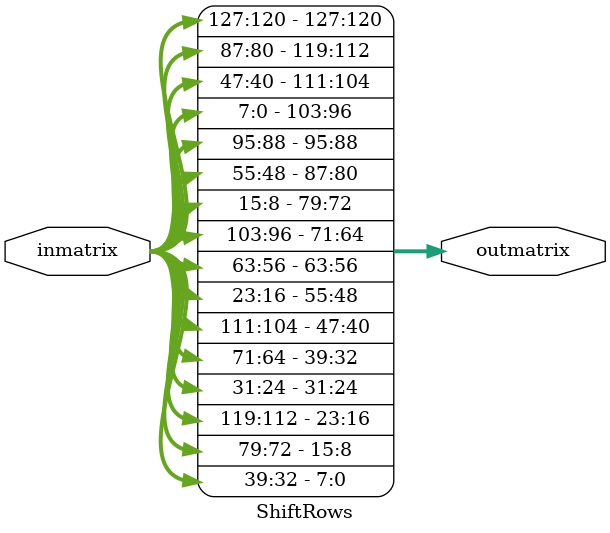
<source format=v>
module ShiftRows(inmatrix,outmatrix);
input [127:0]inmatrix;
output[127:0]outmatrix;

assign outmatrix[127:120]=inmatrix[127:120];
assign outmatrix[95:88]  =inmatrix[95:88];
assign outmatrix[63:56]  =inmatrix[63:56];
assign outmatrix[31:24]  =inmatrix[31:24];

assign outmatrix[119:112]  =inmatrix[87:80];
assign outmatrix[87:80]    =inmatrix[55:48];
assign outmatrix[55:48]    =inmatrix[23:16];
assign outmatrix[23:16]    =inmatrix[119:112];

assign outmatrix[111:104]  =inmatrix[47:40];
assign outmatrix[79:72]    =inmatrix[15:8];
assign outmatrix[47:40]    =inmatrix[111:104];
assign outmatrix[15:8]     =inmatrix[79:72];

assign outmatrix[103:96]  =inmatrix[7:0];
assign outmatrix[71:64]   =inmatrix[103:96];
assign outmatrix[39:32]   =inmatrix[71:64];
assign outmatrix[7:0]     =inmatrix[39:32];




endmodule

</source>
